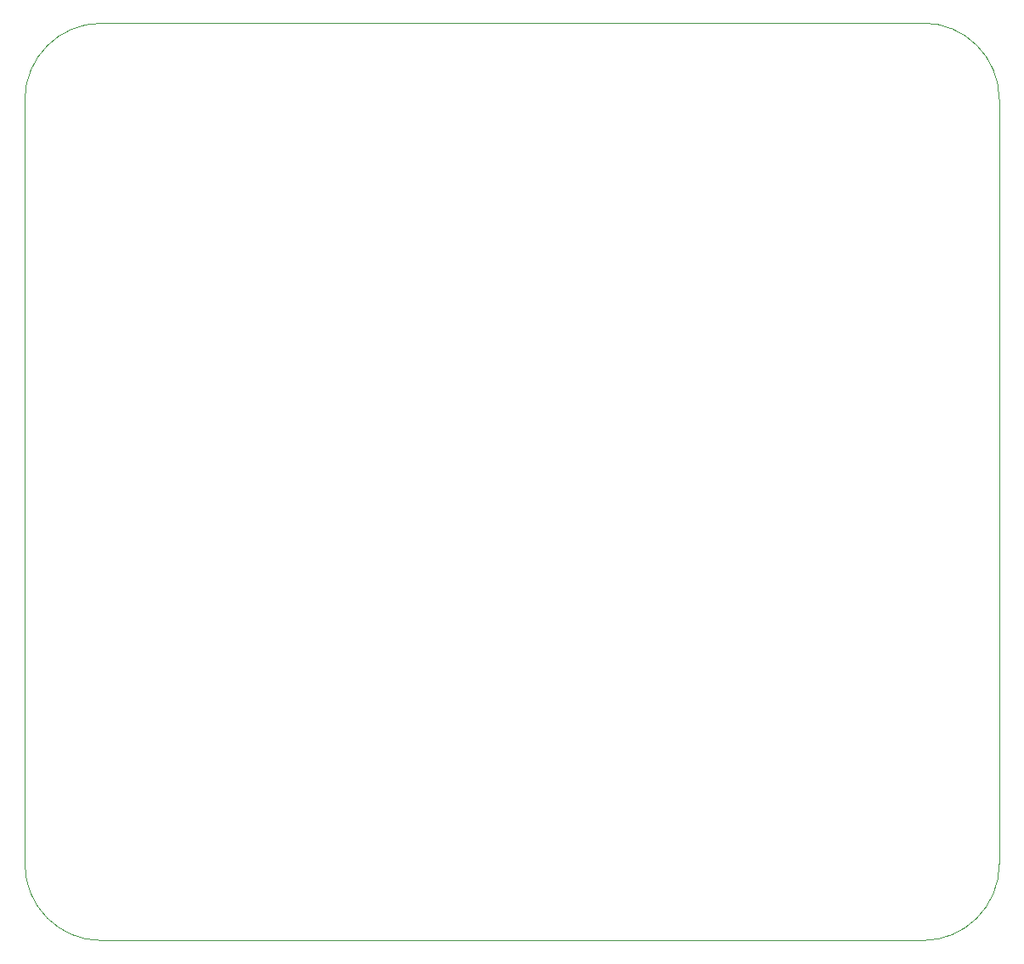
<source format=gbr>
%TF.GenerationSoftware,KiCad,Pcbnew,7.0.2*%
%TF.CreationDate,2023-04-27T19:49:05+02:00*%
%TF.ProjectId,CherrycountPCB,43686572-7279-4636-9f75-6e745043422e,rev?*%
%TF.SameCoordinates,Original*%
%TF.FileFunction,Profile,NP*%
%FSLAX46Y46*%
G04 Gerber Fmt 4.6, Leading zero omitted, Abs format (unit mm)*
G04 Created by KiCad (PCBNEW 7.0.2) date 2023-04-27 19:49:05*
%MOMM*%
%LPD*%
G01*
G04 APERTURE LIST*
%TA.AperFunction,Profile*%
%ADD10C,0.100000*%
%TD*%
G04 APERTURE END LIST*
D10*
X81680000Y-133940000D02*
G75*
G03*
X89300000Y-141560000I7620000J0D01*
G01*
X178761846Y-57712154D02*
G75*
G03*
X171141846Y-50092154I-7620046J-46D01*
G01*
X178761846Y-57712154D02*
X178761846Y-133940000D01*
X171141846Y-141560046D02*
G75*
G03*
X178761846Y-133940000I-46J7620046D01*
G01*
X89300000Y-50120000D02*
G75*
G03*
X81680000Y-57740000I0J-7620000D01*
G01*
X89300000Y-141560000D02*
X171141846Y-141560000D01*
X89300000Y-50120000D02*
X171141846Y-50092154D01*
X81680000Y-133940000D02*
X81680000Y-57740000D01*
M02*

</source>
